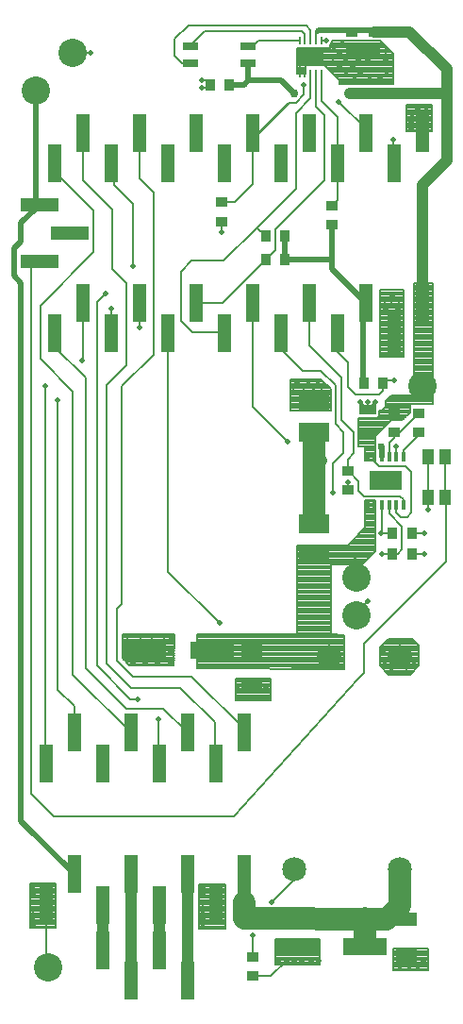
<source format=gtl>
G75*
%MOIN*%
%OFA0B0*%
%FSLAX25Y25*%
%IPPOS*%
%LPD*%
%AMOC8*
5,1,8,0,0,1.08239X$1,22.5*
%
%ADD10R,0.05000X0.13386*%
%ADD11R,0.09449X0.06496*%
%ADD12R,0.01102X0.03150*%
%ADD13R,0.03500X0.04200*%
%ADD14R,0.04200X0.03500*%
%ADD15C,0.10000*%
%ADD16R,0.05512X0.03150*%
%ADD17R,0.11201X0.06500*%
%ADD18R,0.01654X0.03500*%
%ADD19R,0.11000X0.06500*%
%ADD20R,0.06000X0.03800*%
%ADD21R,0.04134X0.05512*%
%ADD22R,0.13386X0.05000*%
%ADD23R,0.15748X0.06299*%
%ADD24R,0.07400X0.04800*%
%ADD25C,0.08500*%
%ADD26C,0.01969*%
%ADD27C,0.01981*%
%ADD28C,0.00787*%
%ADD29C,0.03937*%
%ADD30C,0.02953*%
%ADD31C,0.07874*%
%ADD32C,0.03543*%
%ADD33C,0.01575*%
%ADD34C,0.02375*%
D10*
X0067969Y0086945D03*
X0077969Y0097732D03*
X0087969Y0086945D03*
X0097969Y0097732D03*
X0107969Y0086945D03*
X0117969Y0097732D03*
X0127969Y0086945D03*
X0137969Y0097732D03*
X0127969Y0136945D03*
X0137969Y0147732D03*
X0117969Y0147732D03*
X0107969Y0136945D03*
X0097969Y0147732D03*
X0087969Y0136945D03*
X0077969Y0147732D03*
X0067969Y0136945D03*
X0087969Y0070961D03*
X0097969Y0060173D03*
X0107969Y0070961D03*
X0117969Y0060173D03*
X0111118Y0288835D03*
X0101118Y0299622D03*
X0091118Y0288835D03*
X0081118Y0299622D03*
X0071118Y0288835D03*
X0071118Y0348835D03*
X0081118Y0359622D03*
X0091118Y0348835D03*
X0101118Y0359622D03*
X0111118Y0348835D03*
X0121118Y0359622D03*
X0131118Y0348835D03*
X0141118Y0359622D03*
X0151118Y0348835D03*
X0161118Y0359622D03*
X0171118Y0348835D03*
X0181118Y0359622D03*
X0191118Y0348835D03*
X0201118Y0359622D03*
X0201118Y0299622D03*
X0191118Y0288835D03*
X0181118Y0299622D03*
X0171118Y0288835D03*
X0161118Y0299622D03*
X0151118Y0288835D03*
X0141118Y0299622D03*
X0131118Y0288835D03*
X0121118Y0299622D03*
D11*
X0161551Y0386472D03*
D12*
X0161551Y0380665D03*
X0159583Y0380665D03*
X0157614Y0380665D03*
X0163520Y0380665D03*
X0165488Y0380665D03*
X0165488Y0392280D03*
X0163520Y0392280D03*
X0161551Y0392280D03*
X0159583Y0392280D03*
X0157614Y0392280D03*
D13*
X0132786Y0376630D03*
X0125986Y0376630D03*
X0145631Y0323047D03*
X0145631Y0314780D03*
X0152431Y0314780D03*
X0152431Y0323047D03*
X0180277Y0271079D03*
X0187077Y0271079D03*
X0190513Y0218323D03*
X0190513Y0210843D03*
X0197313Y0210843D03*
X0197313Y0218323D03*
D14*
X0199819Y0253899D03*
X0199819Y0260699D03*
X0191157Y0260699D03*
X0191157Y0253899D03*
X0174622Y0240227D03*
X0174622Y0233427D03*
X0169110Y0327128D03*
X0169110Y0333928D03*
X0176197Y0388545D03*
X0176197Y0395345D03*
X0184071Y0395345D03*
X0184071Y0388545D03*
X0130134Y0335109D03*
X0130134Y0328309D03*
X0141157Y0068573D03*
X0141157Y0061773D03*
D15*
X0068717Y0064780D03*
X0177772Y0189189D03*
X0177772Y0202575D03*
X0201000Y0270291D03*
X0077378Y0388008D03*
X0064386Y0374622D03*
D16*
X0119110Y0384366D03*
X0119110Y0390075D03*
X0139583Y0390075D03*
X0139583Y0384366D03*
D17*
X0188008Y0236827D03*
D18*
X0189287Y0245311D03*
X0186728Y0245311D03*
X0184169Y0245311D03*
X0181610Y0245311D03*
X0191846Y0245311D03*
X0194406Y0245311D03*
X0194406Y0228343D03*
X0191846Y0228343D03*
X0189287Y0228343D03*
X0186728Y0228343D03*
X0184169Y0228343D03*
X0181610Y0228343D03*
D19*
X0162811Y0221461D03*
X0162811Y0210461D03*
X0162811Y0253768D03*
X0162811Y0264768D03*
D20*
X0181709Y0261793D03*
X0181709Y0253593D03*
D21*
X0203067Y0245094D03*
X0208972Y0245094D03*
X0208972Y0230921D03*
X0203067Y0230921D03*
D22*
X0076512Y0324228D03*
X0065724Y0314228D03*
X0065724Y0334228D03*
D23*
X0102772Y0176984D03*
X0126787Y0176984D03*
X0156709Y0072260D03*
X0180724Y0072260D03*
D24*
X0195488Y0068909D03*
X0195488Y0081909D03*
X0140764Y0163791D03*
X0140764Y0176791D03*
D25*
X0168126Y0174622D03*
X0193126Y0174622D03*
X0193126Y0099622D03*
X0155626Y0099622D03*
D26*
X0162811Y0210461D02*
X0164768Y0212417D01*
X0186547Y0249031D02*
X0186728Y0249031D01*
X0186728Y0245311D01*
X0180277Y0271079D02*
X0180035Y0273289D01*
X0180035Y0298539D01*
X0181118Y0299622D01*
X0169110Y0311630D01*
X0169110Y0314780D01*
X0152431Y0314780D01*
X0152431Y0323047D01*
X0169110Y0327128D02*
X0169110Y0314780D01*
X0175409Y0373441D02*
X0194307Y0373441D01*
X0184071Y0388545D02*
X0176197Y0388545D01*
X0176197Y0395345D02*
X0176722Y0395882D01*
X0164386Y0395882D01*
X0163992Y0395488D01*
X0176984Y0395882D02*
X0183534Y0395882D01*
X0184071Y0395345D01*
X0187220Y0395345D02*
X0188402Y0395345D01*
X0155724Y0373441D02*
X0151000Y0378165D01*
X0139583Y0378165D01*
X0138047Y0376630D01*
X0132786Y0376630D01*
X0139583Y0378165D02*
X0139583Y0384366D01*
X0064386Y0374622D02*
X0064386Y0332890D01*
X0059268Y0327772D01*
X0059268Y0321324D01*
X0056660Y0318717D01*
X0056660Y0309268D01*
X0059268Y0306660D01*
X0059268Y0116433D01*
X0077969Y0097732D01*
X0064386Y0332890D02*
X0065724Y0334228D01*
D27*
X0089189Y0302969D03*
X0091157Y0297457D03*
X0101000Y0290764D03*
X0098638Y0312417D03*
X0080921Y0279346D03*
X0072260Y0265173D03*
X0067929Y0270291D03*
X0096669Y0181709D03*
X0101394Y0181709D03*
X0105331Y0181709D03*
X0109661Y0181709D03*
X0112417Y0180921D03*
X0112024Y0176591D03*
X0112024Y0172654D03*
X0107299Y0172260D03*
X0102969Y0172260D03*
X0098638Y0172260D03*
X0100606Y0159661D03*
X0107693Y0152575D03*
X0129346Y0186433D03*
X0135646Y0163205D03*
X0137614Y0160055D03*
X0140764Y0160055D03*
X0143913Y0160055D03*
X0145882Y0163598D03*
X0181709Y0194307D03*
X0190370Y0179740D03*
X0187220Y0176591D03*
X0187614Y0171866D03*
X0189976Y0169504D03*
X0195488Y0169110D03*
X0198244Y0171866D03*
X0198638Y0177378D03*
X0196276Y0179740D03*
X0201787Y0210843D03*
X0201787Y0218323D03*
X0202969Y0226591D03*
X0191945Y0234465D03*
X0191945Y0236827D03*
X0191945Y0239189D03*
X0188008Y0239189D03*
X0188008Y0236827D03*
X0188008Y0234465D03*
X0184465Y0234465D03*
X0184465Y0236827D03*
X0184465Y0239189D03*
X0191846Y0248933D03*
X0184465Y0264386D03*
X0181709Y0264386D03*
X0178953Y0264386D03*
X0191157Y0272260D03*
X0192339Y0297063D03*
X0189976Y0299031D03*
X0188008Y0297457D03*
X0187614Y0300606D03*
X0190370Y0302181D03*
X0192732Y0300606D03*
X0165567Y0269898D03*
X0163992Y0271866D03*
X0162417Y0269898D03*
X0160843Y0271866D03*
X0159268Y0269898D03*
X0156906Y0271472D03*
X0155331Y0268323D03*
X0153362Y0250606D03*
X0169504Y0232496D03*
X0174622Y0236039D03*
X0186433Y0218323D03*
X0186827Y0210843D03*
X0130134Y0324622D03*
X0123047Y0375409D03*
X0123047Y0378165D03*
X0159268Y0376591D03*
X0164780Y0384858D03*
X0162417Y0386433D03*
X0164780Y0388402D03*
X0167236Y0392280D03*
X0169898Y0389976D03*
X0172654Y0391157D03*
X0171866Y0387614D03*
X0169504Y0386039D03*
X0171866Y0382890D03*
X0173835Y0384858D03*
X0176591Y0383283D03*
X0178559Y0385646D03*
X0178953Y0380528D03*
X0176984Y0378559D03*
X0174228Y0380134D03*
X0182496Y0381709D03*
X0182496Y0378559D03*
X0186039Y0379346D03*
X0188402Y0381315D03*
X0188008Y0385252D03*
X0185252Y0384071D03*
X0181709Y0385252D03*
X0188008Y0388402D03*
X0199425Y0368323D03*
X0197457Y0366354D03*
X0197063Y0363205D03*
X0197063Y0360843D03*
X0190764Y0357299D03*
X0202575Y0367535D03*
X0171472Y0370685D03*
X0083677Y0388008D03*
X0063598Y0093520D03*
X0063598Y0090764D03*
X0063598Y0088008D03*
X0063598Y0085252D03*
X0063598Y0082496D03*
X0063598Y0079740D03*
X0123441Y0079346D03*
X0123441Y0082102D03*
X0123441Y0084858D03*
X0123441Y0087614D03*
X0123441Y0090370D03*
X0123441Y0093126D03*
X0141157Y0076197D03*
X0147850Y0088008D03*
X0150213Y0067142D03*
X0152969Y0067142D03*
X0155724Y0067142D03*
X0158480Y0067142D03*
X0161630Y0067142D03*
X0164386Y0067142D03*
X0193126Y0065173D03*
X0196276Y0065173D03*
X0199425Y0065173D03*
X0201394Y0067142D03*
X0201787Y0069898D03*
D28*
X0062417Y0078953D02*
X0062417Y0094701D01*
X0071472Y0094701D01*
X0071472Y0078953D01*
X0062417Y0078953D01*
X0062417Y0079266D02*
X0071472Y0079266D01*
X0071472Y0080052D02*
X0062417Y0080052D01*
X0062417Y0080838D02*
X0071472Y0080838D01*
X0071472Y0081624D02*
X0062417Y0081624D01*
X0062417Y0082410D02*
X0071472Y0082410D01*
X0071472Y0083196D02*
X0062417Y0083196D01*
X0062417Y0083982D02*
X0071472Y0083982D01*
X0071472Y0084767D02*
X0062417Y0084767D01*
X0062417Y0085553D02*
X0071472Y0085553D01*
X0071472Y0086339D02*
X0062417Y0086339D01*
X0062417Y0087125D02*
X0071472Y0087125D01*
X0071472Y0087911D02*
X0062417Y0087911D01*
X0062417Y0088697D02*
X0071472Y0088697D01*
X0071472Y0089483D02*
X0062417Y0089483D01*
X0062417Y0090269D02*
X0071472Y0090269D01*
X0071472Y0091055D02*
X0062417Y0091055D01*
X0062417Y0091841D02*
X0071472Y0091841D01*
X0071472Y0092627D02*
X0062417Y0092627D01*
X0062417Y0093412D02*
X0071472Y0093412D01*
X0071472Y0094198D02*
X0062417Y0094198D01*
X0067969Y0086945D02*
X0067969Y0065528D01*
X0068717Y0064780D01*
X0070685Y0118323D02*
X0134465Y0118323D01*
X0178501Y0166800D01*
X0180528Y0168827D01*
X0180528Y0179346D01*
X0209413Y0208232D01*
X0209413Y0226957D01*
X0208972Y0230921D01*
X0208972Y0245094D01*
X0203067Y0245094D02*
X0203067Y0230921D01*
X0203067Y0226689D01*
X0202969Y0226591D01*
X0201787Y0218323D02*
X0197313Y0218323D01*
X0195685Y0224031D02*
X0193323Y0224031D01*
X0191846Y0225508D01*
X0191846Y0228343D01*
X0189287Y0228343D02*
X0189287Y0225311D01*
X0193913Y0220685D01*
X0193913Y0212417D01*
X0192339Y0210843D01*
X0190513Y0210843D01*
X0186827Y0210843D01*
X0184465Y0212024D02*
X0179740Y0207299D01*
X0168717Y0207299D01*
X0168717Y0182496D01*
X0173441Y0182102D01*
X0173441Y0170291D01*
X0121472Y0170685D01*
X0121472Y0182496D01*
X0156906Y0182496D01*
X0156906Y0213992D01*
X0174622Y0213992D01*
X0180921Y0220291D01*
X0180921Y0229740D01*
X0184465Y0229740D01*
X0184465Y0219160D01*
X0184449Y0219145D01*
X0184449Y0217501D01*
X0184465Y0217485D01*
X0184465Y0212024D01*
X0184465Y0212085D02*
X0156906Y0212085D01*
X0156906Y0211299D02*
X0183740Y0211299D01*
X0182954Y0210514D02*
X0156906Y0210514D01*
X0156906Y0209728D02*
X0182169Y0209728D01*
X0181383Y0208942D02*
X0156906Y0208942D01*
X0156906Y0208156D02*
X0180597Y0208156D01*
X0179811Y0207370D02*
X0156906Y0207370D01*
X0156906Y0206584D02*
X0168717Y0206584D01*
X0168717Y0205798D02*
X0156906Y0205798D01*
X0156906Y0205012D02*
X0168717Y0205012D01*
X0168717Y0204226D02*
X0156906Y0204226D01*
X0156906Y0203440D02*
X0168717Y0203440D01*
X0168717Y0202654D02*
X0156906Y0202654D01*
X0156906Y0201868D02*
X0168717Y0201868D01*
X0168717Y0201083D02*
X0156906Y0201083D01*
X0156906Y0200297D02*
X0168717Y0200297D01*
X0168717Y0199511D02*
X0156906Y0199511D01*
X0156906Y0198725D02*
X0168717Y0198725D01*
X0168717Y0197939D02*
X0156906Y0197939D01*
X0156906Y0197153D02*
X0168717Y0197153D01*
X0168717Y0196367D02*
X0156906Y0196367D01*
X0156906Y0195581D02*
X0168717Y0195581D01*
X0168717Y0194795D02*
X0156906Y0194795D01*
X0156906Y0194009D02*
X0168717Y0194009D01*
X0168717Y0193223D02*
X0156906Y0193223D01*
X0156906Y0192438D02*
X0168717Y0192438D01*
X0168717Y0191652D02*
X0156906Y0191652D01*
X0156906Y0190866D02*
X0168717Y0190866D01*
X0168717Y0190080D02*
X0156906Y0190080D01*
X0156906Y0189294D02*
X0168717Y0189294D01*
X0168717Y0188508D02*
X0156906Y0188508D01*
X0156906Y0187722D02*
X0168717Y0187722D01*
X0168717Y0186936D02*
X0156906Y0186936D01*
X0156906Y0186150D02*
X0168717Y0186150D01*
X0168717Y0185364D02*
X0156906Y0185364D01*
X0156906Y0184578D02*
X0168717Y0184578D01*
X0168717Y0183792D02*
X0156906Y0183792D01*
X0156906Y0183007D02*
X0168717Y0183007D01*
X0172021Y0182221D02*
X0121472Y0182221D01*
X0121472Y0181435D02*
X0173441Y0181435D01*
X0173441Y0180649D02*
X0121472Y0180649D01*
X0121472Y0179863D02*
X0173441Y0179863D01*
X0173441Y0179077D02*
X0121472Y0179077D01*
X0121472Y0178291D02*
X0173441Y0178291D01*
X0173441Y0177505D02*
X0121472Y0177505D01*
X0121472Y0176719D02*
X0173441Y0176719D01*
X0173441Y0175933D02*
X0121472Y0175933D01*
X0121472Y0175147D02*
X0173441Y0175147D01*
X0173441Y0174362D02*
X0121472Y0174362D01*
X0121472Y0173576D02*
X0173441Y0173576D01*
X0173441Y0172790D02*
X0121472Y0172790D01*
X0121472Y0172004D02*
X0173441Y0172004D01*
X0173441Y0171218D02*
X0121472Y0171218D01*
X0119504Y0167535D02*
X0098638Y0167535D01*
X0093126Y0173047D01*
X0093126Y0191551D01*
X0094898Y0193323D01*
X0094898Y0270094D01*
X0106118Y0281315D01*
X0106118Y0338402D01*
X0101000Y0343520D01*
X0101000Y0359504D01*
X0101118Y0359622D01*
X0091945Y0351787D02*
X0091945Y0341157D01*
X0098638Y0334465D01*
X0098638Y0312417D01*
X0096276Y0306512D02*
X0096276Y0277378D01*
X0089583Y0270685D01*
X0089583Y0172260D01*
X0098244Y0163598D01*
X0115567Y0163598D01*
X0127772Y0151394D01*
X0127772Y0140370D01*
X0127969Y0140173D01*
X0127969Y0136945D01*
X0127772Y0134858D02*
X0127772Y0140370D01*
X0117969Y0147732D02*
X0109425Y0156276D01*
X0096512Y0156276D01*
X0082102Y0170685D01*
X0082102Y0273047D01*
X0071118Y0284031D01*
X0071118Y0288835D01*
X0065961Y0279740D02*
X0077378Y0268323D01*
X0077378Y0168323D01*
X0097969Y0147732D01*
X0097850Y0159661D02*
X0086039Y0171472D01*
X0086039Y0299819D01*
X0089189Y0302969D01*
X0091157Y0297457D02*
X0091157Y0288874D01*
X0091118Y0288835D01*
X0101000Y0290764D02*
X0101000Y0299504D01*
X0101118Y0299622D01*
X0096276Y0306512D02*
X0091354Y0311433D01*
X0091354Y0332496D01*
X0081118Y0342732D01*
X0081118Y0359622D01*
X0091232Y0351075D02*
X0091232Y0348849D01*
X0091118Y0348835D01*
X0091232Y0351075D02*
X0091945Y0351787D01*
X0084858Y0332102D02*
X0071118Y0345843D01*
X0071118Y0348835D01*
X0084858Y0332102D02*
X0084858Y0317535D01*
X0065961Y0298638D01*
X0065961Y0279740D01*
X0067929Y0270291D02*
X0067929Y0136945D01*
X0067969Y0136945D01*
X0062811Y0126197D02*
X0062811Y0314780D01*
X0067535Y0314780D01*
X0067535Y0314228D01*
X0065724Y0314228D01*
X0081118Y0299622D02*
X0081118Y0279543D01*
X0080921Y0279346D01*
X0072260Y0265173D02*
X0072260Y0162909D01*
X0077969Y0157201D01*
X0077969Y0147732D01*
X0062811Y0126197D02*
X0070685Y0118323D01*
X0097850Y0159661D02*
X0100606Y0159661D01*
X0107693Y0152575D02*
X0107693Y0137220D01*
X0107969Y0136945D01*
X0137969Y0149071D02*
X0119504Y0167535D01*
X0113205Y0171472D02*
X0097402Y0171472D01*
X0095094Y0174172D01*
X0095094Y0182496D01*
X0113598Y0182496D01*
X0113205Y0171472D01*
X0113224Y0172004D02*
X0096947Y0172004D01*
X0096276Y0172790D02*
X0113252Y0172790D01*
X0113280Y0173576D02*
X0095604Y0173576D01*
X0095094Y0174362D02*
X0113308Y0174362D01*
X0113336Y0175147D02*
X0095094Y0175147D01*
X0095094Y0175933D02*
X0113364Y0175933D01*
X0113392Y0176719D02*
X0095094Y0176719D01*
X0095094Y0177505D02*
X0113420Y0177505D01*
X0113448Y0178291D02*
X0095094Y0178291D01*
X0095094Y0179077D02*
X0113476Y0179077D01*
X0113504Y0179863D02*
X0095094Y0179863D01*
X0095094Y0180649D02*
X0113532Y0180649D01*
X0113561Y0181435D02*
X0095094Y0181435D01*
X0095094Y0182221D02*
X0113589Y0182221D01*
X0129346Y0186433D02*
X0111118Y0204661D01*
X0111118Y0288835D01*
X0115764Y0293323D02*
X0115764Y0310646D01*
X0119504Y0314386D01*
X0130921Y0314386D01*
X0142535Y0326000D01*
X0156276Y0339740D01*
X0156276Y0366591D01*
X0161551Y0371866D01*
X0161551Y0380665D01*
X0159661Y0380528D02*
X0156906Y0380528D01*
X0156906Y0389583D01*
X0168323Y0389583D01*
X0168323Y0390560D01*
X0169220Y0391458D01*
X0169220Y0392339D01*
X0186039Y0392339D01*
X0190764Y0387614D01*
X0190764Y0376984D01*
X0171866Y0376984D01*
X0171866Y0378165D01*
X0166354Y0383677D01*
X0159661Y0383677D01*
X0159661Y0380528D01*
X0159583Y0380665D02*
X0157614Y0380665D01*
X0157614Y0384780D01*
X0157693Y0384858D01*
X0156906Y0384986D02*
X0190764Y0384986D01*
X0190764Y0384200D02*
X0156906Y0384200D01*
X0156906Y0383414D02*
X0159661Y0383414D01*
X0159661Y0382628D02*
X0156906Y0382628D01*
X0156906Y0381843D02*
X0159661Y0381843D01*
X0159661Y0381057D02*
X0156906Y0381057D01*
X0156906Y0385772D02*
X0190764Y0385772D01*
X0190764Y0386558D02*
X0156906Y0386558D01*
X0156906Y0387344D02*
X0190764Y0387344D01*
X0190248Y0388130D02*
X0156906Y0388130D01*
X0156906Y0388916D02*
X0189462Y0388916D01*
X0188676Y0389702D02*
X0168323Y0389702D01*
X0168323Y0390488D02*
X0187890Y0390488D01*
X0187104Y0391273D02*
X0169036Y0391273D01*
X0169220Y0392059D02*
X0186319Y0392059D01*
X0185252Y0395345D02*
X0184071Y0395345D01*
X0176984Y0395882D02*
X0176197Y0395345D01*
X0176984Y0388795D02*
X0173835Y0384858D01*
X0176197Y0388545D02*
X0176984Y0388795D01*
X0168975Y0381057D02*
X0190764Y0381057D01*
X0190764Y0381843D02*
X0168189Y0381843D01*
X0167403Y0382628D02*
X0190764Y0382628D01*
X0190764Y0383414D02*
X0166617Y0383414D01*
X0165488Y0380665D02*
X0165488Y0370764D01*
X0171118Y0365134D01*
X0171118Y0348835D01*
X0171118Y0335935D01*
X0169110Y0333928D01*
X0166354Y0342732D02*
X0149031Y0325409D01*
X0149031Y0318180D01*
X0145631Y0314780D01*
X0130474Y0299622D01*
X0121118Y0299622D01*
X0115764Y0293323D02*
X0119898Y0289189D01*
X0130764Y0289189D01*
X0131118Y0288835D01*
X0141118Y0299622D02*
X0141118Y0262850D01*
X0153362Y0250606D01*
X0154543Y0261630D02*
X0154543Y0272654D01*
X0165173Y0272654D01*
X0168717Y0269110D01*
X0168717Y0261630D01*
X0154543Y0261630D01*
X0154543Y0262384D02*
X0168717Y0262384D01*
X0168717Y0263170D02*
X0154543Y0263170D01*
X0154543Y0263956D02*
X0168717Y0263956D01*
X0168717Y0264742D02*
X0154543Y0264742D01*
X0154543Y0265527D02*
X0168717Y0265527D01*
X0168717Y0266313D02*
X0154543Y0266313D01*
X0154543Y0267099D02*
X0168717Y0267099D01*
X0168717Y0267885D02*
X0154543Y0267885D01*
X0154543Y0268671D02*
X0168717Y0268671D01*
X0168370Y0269457D02*
X0154543Y0269457D01*
X0154543Y0270243D02*
X0167584Y0270243D01*
X0166798Y0271029D02*
X0154543Y0271029D01*
X0154543Y0271815D02*
X0166012Y0271815D01*
X0165226Y0272601D02*
X0154543Y0272601D01*
X0158618Y0275665D02*
X0151000Y0283283D01*
X0151000Y0288047D01*
X0151787Y0288835D01*
X0151118Y0288835D01*
X0158618Y0275665D02*
X0165035Y0275665D01*
X0170291Y0270409D01*
X0170291Y0256906D01*
X0173244Y0253953D01*
X0173244Y0246472D01*
X0169504Y0242732D01*
X0169504Y0232496D01*
X0174622Y0233427D02*
X0174622Y0236039D01*
X0178559Y0236683D02*
X0175016Y0240227D01*
X0174622Y0240227D01*
X0174622Y0244307D01*
X0176787Y0246472D01*
X0176787Y0253953D01*
X0172457Y0258283D01*
X0172457Y0273047D01*
X0161118Y0284386D01*
X0161118Y0299622D01*
X0171118Y0288835D02*
X0171118Y0282102D01*
X0174694Y0278527D01*
X0174694Y0269898D01*
X0177450Y0267142D01*
X0185646Y0267142D01*
X0187077Y0268573D01*
X0187077Y0271079D01*
X0187471Y0272260D01*
X0191157Y0272260D01*
X0194307Y0280528D02*
X0186039Y0280528D01*
X0186039Y0304150D01*
X0194307Y0304150D01*
X0194307Y0280528D01*
X0194307Y0281246D02*
X0186039Y0281246D01*
X0186039Y0282032D02*
X0194307Y0282032D01*
X0194307Y0282818D02*
X0186039Y0282818D01*
X0186039Y0283603D02*
X0194307Y0283603D01*
X0194307Y0284389D02*
X0186039Y0284389D01*
X0186039Y0285175D02*
X0194307Y0285175D01*
X0194307Y0285961D02*
X0186039Y0285961D01*
X0186039Y0286747D02*
X0194307Y0286747D01*
X0194307Y0287533D02*
X0186039Y0287533D01*
X0186039Y0288319D02*
X0194307Y0288319D01*
X0194307Y0289105D02*
X0186039Y0289105D01*
X0186039Y0289891D02*
X0194307Y0289891D01*
X0194307Y0290677D02*
X0186039Y0290677D01*
X0186039Y0291463D02*
X0194307Y0291463D01*
X0194307Y0292248D02*
X0186039Y0292248D01*
X0186039Y0293034D02*
X0194307Y0293034D01*
X0194307Y0293820D02*
X0186039Y0293820D01*
X0186039Y0294606D02*
X0194307Y0294606D01*
X0194307Y0295392D02*
X0186039Y0295392D01*
X0186039Y0296178D02*
X0194307Y0296178D01*
X0194307Y0296964D02*
X0186039Y0296964D01*
X0186039Y0297750D02*
X0194307Y0297750D01*
X0194307Y0298536D02*
X0186039Y0298536D01*
X0186039Y0299322D02*
X0194307Y0299322D01*
X0194307Y0300108D02*
X0186039Y0300108D01*
X0186039Y0300894D02*
X0194307Y0300894D01*
X0194307Y0301679D02*
X0186039Y0301679D01*
X0186039Y0302465D02*
X0194307Y0302465D01*
X0194307Y0303251D02*
X0186039Y0303251D01*
X0186039Y0304037D02*
X0194307Y0304037D01*
X0198244Y0304037D02*
X0204937Y0304037D01*
X0204937Y0303251D02*
X0198244Y0303251D01*
X0198244Y0302465D02*
X0204937Y0302465D01*
X0204937Y0301679D02*
X0198244Y0301679D01*
X0198244Y0300894D02*
X0204937Y0300894D01*
X0204937Y0300108D02*
X0198244Y0300108D01*
X0198244Y0299322D02*
X0204937Y0299322D01*
X0204937Y0298536D02*
X0198244Y0298536D01*
X0198244Y0297750D02*
X0204937Y0297750D01*
X0204937Y0296964D02*
X0198244Y0296964D01*
X0198244Y0296178D02*
X0204937Y0296178D01*
X0204937Y0295392D02*
X0198244Y0295392D01*
X0198244Y0294606D02*
X0204937Y0294606D01*
X0204937Y0293820D02*
X0198244Y0293820D01*
X0198244Y0293034D02*
X0204937Y0293034D01*
X0204937Y0292248D02*
X0198244Y0292248D01*
X0198244Y0291463D02*
X0204937Y0291463D01*
X0204937Y0290677D02*
X0198244Y0290677D01*
X0198244Y0289891D02*
X0204937Y0289891D01*
X0204937Y0289105D02*
X0198244Y0289105D01*
X0198244Y0288319D02*
X0204937Y0288319D01*
X0204937Y0287533D02*
X0198244Y0287533D01*
X0198244Y0286747D02*
X0204937Y0286747D01*
X0204937Y0285961D02*
X0198244Y0285961D01*
X0198244Y0285175D02*
X0204937Y0285175D01*
X0204937Y0284389D02*
X0198244Y0284389D01*
X0198244Y0283603D02*
X0204937Y0283603D01*
X0204937Y0282818D02*
X0198244Y0282818D01*
X0198244Y0282032D02*
X0204937Y0282032D01*
X0204937Y0281246D02*
X0198244Y0281246D01*
X0198244Y0280460D02*
X0204937Y0280460D01*
X0204937Y0279674D02*
X0198244Y0279674D01*
X0198244Y0278888D02*
X0204937Y0278888D01*
X0204937Y0278102D02*
X0198244Y0278102D01*
X0198244Y0277316D02*
X0204937Y0277316D01*
X0204937Y0276530D02*
X0198244Y0276530D01*
X0198244Y0275744D02*
X0204937Y0275744D01*
X0204937Y0274958D02*
X0198244Y0274958D01*
X0198244Y0274172D02*
X0204937Y0274172D01*
X0204937Y0273387D02*
X0198244Y0273387D01*
X0198244Y0272601D02*
X0204937Y0272601D01*
X0204937Y0271815D02*
X0198244Y0271815D01*
X0198244Y0271029D02*
X0204937Y0271029D01*
X0204937Y0270243D02*
X0198244Y0270243D01*
X0198244Y0269457D02*
X0204937Y0269457D01*
X0204937Y0268671D02*
X0198244Y0268671D01*
X0198244Y0267885D02*
X0204937Y0267885D01*
X0204937Y0267099D02*
X0198244Y0267099D01*
X0198244Y0266748D02*
X0198244Y0306512D01*
X0204937Y0306512D01*
X0204937Y0263992D01*
X0196669Y0263992D01*
X0196669Y0260843D01*
X0193913Y0258087D01*
X0189976Y0258087D01*
X0184465Y0252575D01*
X0184465Y0250033D01*
X0184366Y0249935D01*
X0184366Y0248128D01*
X0184465Y0248030D01*
X0184465Y0243913D01*
X0180921Y0243913D01*
X0180921Y0249031D01*
X0178559Y0249031D01*
X0178559Y0258899D01*
X0185120Y0258899D01*
X0185702Y0259481D01*
X0185702Y0261630D01*
X0186827Y0261630D01*
X0188008Y0262811D01*
X0188008Y0264780D01*
X0189976Y0266748D01*
X0198244Y0266748D01*
X0196669Y0263956D02*
X0188008Y0263956D01*
X0188008Y0264742D02*
X0204937Y0264742D01*
X0204937Y0265527D02*
X0188756Y0265527D01*
X0189542Y0266313D02*
X0204937Y0266313D01*
X0199819Y0260699D02*
X0193019Y0253899D01*
X0191157Y0253899D01*
X0191157Y0251787D01*
X0189583Y0250213D01*
X0189583Y0245606D01*
X0189287Y0245311D01*
X0191846Y0245311D02*
X0191846Y0248933D01*
X0194406Y0247457D02*
X0194406Y0245311D01*
X0194406Y0247457D02*
X0199819Y0252870D01*
X0199819Y0253899D01*
X0195067Y0259240D02*
X0185461Y0259240D01*
X0185702Y0260026D02*
X0195853Y0260026D01*
X0196639Y0260812D02*
X0185702Y0260812D01*
X0185702Y0261598D02*
X0196669Y0261598D01*
X0196669Y0262384D02*
X0187581Y0262384D01*
X0188008Y0263170D02*
X0196669Y0263170D01*
X0194281Y0258454D02*
X0178559Y0258454D01*
X0178559Y0257668D02*
X0189558Y0257668D01*
X0188772Y0256882D02*
X0178559Y0256882D01*
X0178559Y0256096D02*
X0187986Y0256096D01*
X0187200Y0255311D02*
X0178559Y0255311D01*
X0178559Y0254525D02*
X0186414Y0254525D01*
X0185628Y0253739D02*
X0178559Y0253739D01*
X0178559Y0252953D02*
X0184843Y0252953D01*
X0184465Y0252167D02*
X0178559Y0252167D01*
X0178559Y0251381D02*
X0184465Y0251381D01*
X0184465Y0250595D02*
X0178559Y0250595D01*
X0178559Y0249809D02*
X0184366Y0249809D01*
X0184366Y0249023D02*
X0180921Y0249023D01*
X0180921Y0248237D02*
X0184366Y0248237D01*
X0184465Y0247451D02*
X0180921Y0247451D01*
X0180921Y0246666D02*
X0184465Y0246666D01*
X0184465Y0245880D02*
X0180921Y0245880D01*
X0180921Y0245094D02*
X0184465Y0245094D01*
X0184169Y0245311D02*
X0184169Y0243421D01*
X0185646Y0241945D01*
X0195094Y0241945D01*
X0197063Y0239976D01*
X0197063Y0225409D01*
X0195685Y0224031D01*
X0194406Y0228343D02*
X0194406Y0230035D01*
X0193126Y0231315D01*
X0180528Y0231315D01*
X0178559Y0233283D01*
X0178559Y0236683D01*
X0180921Y0229375D02*
X0184465Y0229375D01*
X0184465Y0228590D02*
X0180921Y0228590D01*
X0180921Y0227804D02*
X0184465Y0227804D01*
X0184465Y0227018D02*
X0180921Y0227018D01*
X0180921Y0226232D02*
X0184465Y0226232D01*
X0184465Y0225446D02*
X0180921Y0225446D01*
X0180921Y0224660D02*
X0184465Y0224660D01*
X0184465Y0223874D02*
X0180921Y0223874D01*
X0180921Y0223088D02*
X0184465Y0223088D01*
X0184465Y0222302D02*
X0180921Y0222302D01*
X0180921Y0221516D02*
X0184465Y0221516D01*
X0184465Y0220730D02*
X0180921Y0220730D01*
X0180574Y0219944D02*
X0184465Y0219944D01*
X0184463Y0219159D02*
X0179788Y0219159D01*
X0179003Y0218373D02*
X0184449Y0218373D01*
X0184449Y0217587D02*
X0178217Y0217587D01*
X0177431Y0216801D02*
X0184465Y0216801D01*
X0184465Y0216015D02*
X0176645Y0216015D01*
X0175859Y0215229D02*
X0184465Y0215229D01*
X0184465Y0214443D02*
X0175073Y0214443D01*
X0175803Y0210843D02*
X0163193Y0210843D01*
X0162811Y0210461D01*
X0156906Y0212871D02*
X0184465Y0212871D01*
X0184465Y0213657D02*
X0156906Y0213657D01*
X0175803Y0210843D02*
X0177772Y0208874D01*
X0177772Y0202575D01*
X0181709Y0194307D02*
X0177772Y0190370D01*
X0177772Y0189189D01*
X0186559Y0178291D02*
X0199819Y0178291D01*
X0199819Y0178559D02*
X0199819Y0171472D01*
X0196669Y0168323D01*
X0189189Y0168323D01*
X0186039Y0171472D01*
X0186039Y0177772D01*
X0189189Y0180921D01*
X0197457Y0180921D01*
X0199819Y0178559D01*
X0199301Y0179077D02*
X0187345Y0179077D01*
X0188131Y0179863D02*
X0198515Y0179863D01*
X0197729Y0180649D02*
X0188917Y0180649D01*
X0186039Y0177505D02*
X0199819Y0177505D01*
X0199819Y0176719D02*
X0186039Y0176719D01*
X0186039Y0175933D02*
X0199819Y0175933D01*
X0199819Y0175147D02*
X0186039Y0175147D01*
X0186039Y0174362D02*
X0199819Y0174362D01*
X0199819Y0173576D02*
X0186039Y0173576D01*
X0186039Y0172790D02*
X0199819Y0172790D01*
X0199819Y0172004D02*
X0186039Y0172004D01*
X0186294Y0171218D02*
X0199564Y0171218D01*
X0198778Y0170432D02*
X0187080Y0170432D01*
X0187866Y0169646D02*
X0197993Y0169646D01*
X0197207Y0168860D02*
X0188652Y0168860D01*
X0173441Y0170432D02*
X0154878Y0170432D01*
X0147457Y0166748D02*
X0147457Y0159268D01*
X0135252Y0159268D01*
X0135252Y0166748D01*
X0147457Y0166748D01*
X0147457Y0166502D02*
X0135252Y0166502D01*
X0135252Y0165716D02*
X0147457Y0165716D01*
X0147457Y0164931D02*
X0135252Y0164931D01*
X0135252Y0164145D02*
X0147457Y0164145D01*
X0147457Y0163359D02*
X0135252Y0163359D01*
X0135252Y0162573D02*
X0147457Y0162573D01*
X0147457Y0161787D02*
X0135252Y0161787D01*
X0135252Y0161001D02*
X0147457Y0161001D01*
X0147457Y0160215D02*
X0135252Y0160215D01*
X0135252Y0159429D02*
X0147457Y0159429D01*
X0137969Y0149071D02*
X0137969Y0147732D01*
X0155626Y0099622D02*
X0155626Y0095783D01*
X0147850Y0088008D01*
X0149031Y0075016D02*
X0164780Y0075016D01*
X0164780Y0065961D01*
X0149031Y0065961D01*
X0149031Y0075016D01*
X0149031Y0074551D02*
X0164780Y0074551D01*
X0164780Y0073765D02*
X0149031Y0073765D01*
X0149031Y0072979D02*
X0164780Y0072979D01*
X0164780Y0072193D02*
X0149031Y0072193D01*
X0149031Y0071407D02*
X0164780Y0071407D01*
X0164780Y0070621D02*
X0149031Y0070621D01*
X0149031Y0069835D02*
X0164780Y0069835D01*
X0164780Y0069049D02*
X0149031Y0069049D01*
X0149031Y0068263D02*
X0164780Y0068263D01*
X0164780Y0067477D02*
X0149031Y0067477D01*
X0149031Y0066691D02*
X0164780Y0066691D01*
X0152969Y0067142D02*
X0147600Y0061773D01*
X0141157Y0061773D01*
X0141157Y0068573D02*
X0141157Y0076197D01*
X0131315Y0078559D02*
X0122260Y0078559D01*
X0122260Y0094307D01*
X0131315Y0094307D01*
X0131315Y0078559D01*
X0131315Y0079266D02*
X0122260Y0079266D01*
X0122260Y0080052D02*
X0131315Y0080052D01*
X0131315Y0080838D02*
X0122260Y0080838D01*
X0122260Y0081624D02*
X0131315Y0081624D01*
X0131315Y0082410D02*
X0122260Y0082410D01*
X0122260Y0083196D02*
X0131315Y0083196D01*
X0131315Y0083982D02*
X0122260Y0083982D01*
X0122260Y0084767D02*
X0131315Y0084767D01*
X0131315Y0085553D02*
X0122260Y0085553D01*
X0122260Y0086339D02*
X0131315Y0086339D01*
X0131315Y0087125D02*
X0122260Y0087125D01*
X0122260Y0087911D02*
X0131315Y0087911D01*
X0131315Y0088697D02*
X0122260Y0088697D01*
X0122260Y0089483D02*
X0131315Y0089483D01*
X0131315Y0090269D02*
X0122260Y0090269D01*
X0122260Y0091055D02*
X0131315Y0091055D01*
X0131315Y0091841D02*
X0122260Y0091841D01*
X0122260Y0092627D02*
X0131315Y0092627D01*
X0131315Y0093412D02*
X0122260Y0093412D01*
X0122260Y0094198D02*
X0131315Y0094198D01*
X0190764Y0071472D02*
X0190764Y0063992D01*
X0202969Y0063992D01*
X0202969Y0071472D01*
X0190764Y0071472D01*
X0190764Y0071407D02*
X0202969Y0071407D01*
X0202969Y0070621D02*
X0190764Y0070621D01*
X0190764Y0069835D02*
X0202969Y0069835D01*
X0202969Y0069049D02*
X0190764Y0069049D01*
X0190764Y0068263D02*
X0202969Y0068263D01*
X0202969Y0067477D02*
X0190764Y0067477D01*
X0190764Y0066691D02*
X0202969Y0066691D01*
X0202969Y0065906D02*
X0190764Y0065906D01*
X0190764Y0065120D02*
X0202969Y0065120D01*
X0202969Y0064334D02*
X0190764Y0064334D01*
X0195488Y0081909D02*
X0193126Y0086240D01*
X0193126Y0086416D01*
X0190513Y0210843D02*
X0190513Y0212668D01*
X0190513Y0218323D02*
X0186433Y0218323D01*
X0186728Y0218618D01*
X0186728Y0228343D01*
X0184465Y0244308D02*
X0180921Y0244308D01*
X0181709Y0253593D02*
X0184051Y0253593D01*
X0181872Y0261793D02*
X0184465Y0264386D01*
X0181709Y0264386D02*
X0181709Y0261793D01*
X0181872Y0261793D01*
X0181709Y0261793D02*
X0181546Y0261793D01*
X0178953Y0264386D01*
X0162811Y0264768D02*
X0162811Y0268323D01*
X0162417Y0269898D01*
X0145631Y0323047D02*
X0142679Y0326000D01*
X0142535Y0326000D01*
X0145238Y0323441D02*
X0145631Y0323047D01*
X0134715Y0335109D02*
X0141118Y0341512D01*
X0141118Y0357693D01*
X0153717Y0370291D01*
X0154150Y0370291D01*
X0143480Y0359622D01*
X0141118Y0359622D01*
X0141118Y0357693D01*
X0154150Y0370291D02*
X0156512Y0370291D01*
X0159268Y0373047D01*
X0159268Y0376591D01*
X0163520Y0380665D02*
X0163520Y0368795D01*
X0166354Y0365961D01*
X0166354Y0342732D01*
X0181118Y0359622D02*
X0181118Y0361039D01*
X0171472Y0370685D01*
X0171866Y0377127D02*
X0190764Y0377127D01*
X0190764Y0377913D02*
X0171866Y0377913D01*
X0171333Y0378699D02*
X0190764Y0378699D01*
X0190764Y0379485D02*
X0170547Y0379485D01*
X0169761Y0380271D02*
X0190764Y0380271D01*
X0195488Y0369504D02*
X0195488Y0360055D01*
X0204543Y0360055D01*
X0204543Y0369504D01*
X0195488Y0369504D01*
X0195488Y0369268D02*
X0204543Y0369268D01*
X0204543Y0368482D02*
X0195488Y0368482D01*
X0195488Y0367696D02*
X0204543Y0367696D01*
X0204543Y0366910D02*
X0195488Y0366910D01*
X0195488Y0366124D02*
X0204543Y0366124D01*
X0204543Y0365338D02*
X0195488Y0365338D01*
X0195488Y0364552D02*
X0204543Y0364552D01*
X0204543Y0363767D02*
X0195488Y0363767D01*
X0195488Y0362981D02*
X0204543Y0362981D01*
X0204543Y0362195D02*
X0195488Y0362195D01*
X0195488Y0361409D02*
X0204543Y0361409D01*
X0204543Y0360623D02*
X0195488Y0360623D01*
X0201118Y0359622D02*
X0202575Y0359228D01*
X0202575Y0367535D01*
X0190764Y0357299D02*
X0190764Y0349189D01*
X0191118Y0348835D01*
X0198244Y0306395D02*
X0204937Y0306395D01*
X0204937Y0305609D02*
X0198244Y0305609D01*
X0198244Y0304823D02*
X0204937Y0304823D01*
X0167236Y0392280D02*
X0165488Y0392280D01*
X0163598Y0392358D02*
X0163598Y0395094D01*
X0163992Y0395488D01*
X0161551Y0395961D02*
X0161551Y0392280D01*
X0159583Y0392280D02*
X0159583Y0394386D01*
X0158480Y0395488D01*
X0124228Y0395488D01*
X0119110Y0390370D01*
X0119110Y0390075D01*
X0119110Y0384366D02*
X0116059Y0384366D01*
X0113598Y0386827D01*
X0113598Y0392732D01*
X0118323Y0397457D01*
X0160055Y0397457D01*
X0161551Y0395961D01*
X0163598Y0392358D02*
X0163520Y0392280D01*
X0157614Y0392280D02*
X0143211Y0392280D01*
X0141115Y0390184D01*
X0139583Y0390075D01*
X0125986Y0377772D02*
X0125986Y0376630D01*
X0125986Y0375803D01*
X0123047Y0375409D01*
X0123047Y0378165D02*
X0125986Y0377772D01*
X0130134Y0335109D02*
X0134715Y0335109D01*
X0130134Y0328309D02*
X0130134Y0324622D01*
X0083677Y0388008D02*
X0077378Y0388008D01*
X0197313Y0210843D02*
X0201787Y0210843D01*
D29*
X0165567Y0243913D02*
X0162811Y0247850D01*
X0162811Y0251394D01*
X0162811Y0253768D01*
X0162811Y0223835D02*
X0162811Y0221461D01*
X0201118Y0299622D02*
X0201118Y0341276D01*
X0209661Y0349819D01*
X0209661Y0373835D01*
X0209268Y0373441D01*
X0175409Y0373441D01*
X0184071Y0395345D02*
X0187220Y0395345D01*
X0188402Y0395345D02*
X0196419Y0395345D01*
X0209661Y0382102D01*
X0209661Y0373835D01*
X0193126Y0099622D02*
X0191945Y0098441D01*
X0192669Y0082127D02*
X0180921Y0082102D01*
X0137969Y0082102D01*
X0137969Y0088008D02*
X0137969Y0097732D01*
X0117969Y0097732D02*
X0117969Y0060173D01*
X0107969Y0070961D02*
X0107969Y0086945D01*
X0097969Y0097732D02*
X0097969Y0060173D01*
X0087969Y0070961D02*
X0087969Y0086945D01*
X0180921Y0074228D02*
X0180921Y0072260D01*
X0181709Y0072260D01*
X0180921Y0072260D02*
X0180724Y0072260D01*
X0192669Y0082127D02*
X0195488Y0081909D01*
D30*
X0175409Y0373441D03*
X0155724Y0373441D03*
D31*
X0162811Y0251394D02*
X0162811Y0223835D01*
X0193126Y0099622D02*
X0193126Y0086416D01*
X0188418Y0081742D01*
X0137969Y0082102D01*
X0137969Y0088008D01*
X0180921Y0082102D02*
X0180921Y0074228D01*
D32*
X0165567Y0243913D03*
D33*
X0164780Y0249425D02*
X0164780Y0251394D01*
X0162811Y0251394D01*
D34*
X0186547Y0249031D03*
M02*

</source>
